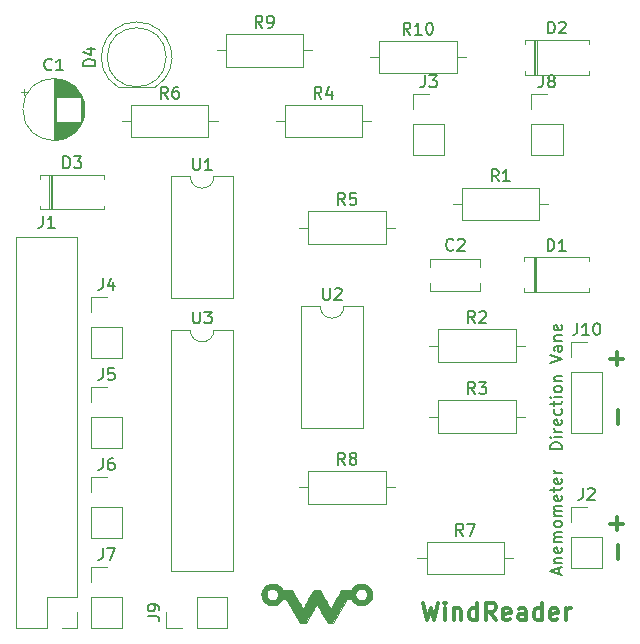
<source format=gbr>
%TF.GenerationSoftware,KiCad,Pcbnew,5.1.10*%
%TF.CreationDate,2021-06-24T22:29:26-07:00*%
%TF.ProjectId,weatherstation,77656174-6865-4727-9374-6174696f6e2e,rev?*%
%TF.SameCoordinates,Original*%
%TF.FileFunction,Legend,Top*%
%TF.FilePolarity,Positive*%
%FSLAX46Y46*%
G04 Gerber Fmt 4.6, Leading zero omitted, Abs format (unit mm)*
G04 Created by KiCad (PCBNEW 5.1.10) date 2021-06-24 22:29:26*
%MOMM*%
%LPD*%
G01*
G04 APERTURE LIST*
%ADD10C,0.300000*%
%ADD11C,0.150000*%
%ADD12C,0.120000*%
%ADD13C,0.010000*%
G04 APERTURE END LIST*
D10*
X169017142Y-111061428D02*
X169017142Y-109918571D01*
X168338571Y-108057142D02*
X169481428Y-108057142D01*
X168910000Y-108628571D02*
X168910000Y-107485714D01*
D11*
X163996666Y-112307142D02*
X163996666Y-111830952D01*
X164282380Y-112402380D02*
X163282380Y-112069047D01*
X164282380Y-111735714D01*
X163615714Y-111402380D02*
X164282380Y-111402380D01*
X163710952Y-111402380D02*
X163663333Y-111354761D01*
X163615714Y-111259523D01*
X163615714Y-111116666D01*
X163663333Y-111021428D01*
X163758571Y-110973809D01*
X164282380Y-110973809D01*
X164234761Y-110116666D02*
X164282380Y-110211904D01*
X164282380Y-110402380D01*
X164234761Y-110497619D01*
X164139523Y-110545238D01*
X163758571Y-110545238D01*
X163663333Y-110497619D01*
X163615714Y-110402380D01*
X163615714Y-110211904D01*
X163663333Y-110116666D01*
X163758571Y-110069047D01*
X163853809Y-110069047D01*
X163949047Y-110545238D01*
X164282380Y-109640476D02*
X163615714Y-109640476D01*
X163710952Y-109640476D02*
X163663333Y-109592857D01*
X163615714Y-109497619D01*
X163615714Y-109354761D01*
X163663333Y-109259523D01*
X163758571Y-109211904D01*
X164282380Y-109211904D01*
X163758571Y-109211904D02*
X163663333Y-109164285D01*
X163615714Y-109069047D01*
X163615714Y-108926190D01*
X163663333Y-108830952D01*
X163758571Y-108783333D01*
X164282380Y-108783333D01*
X164282380Y-108164285D02*
X164234761Y-108259523D01*
X164187142Y-108307142D01*
X164091904Y-108354761D01*
X163806190Y-108354761D01*
X163710952Y-108307142D01*
X163663333Y-108259523D01*
X163615714Y-108164285D01*
X163615714Y-108021428D01*
X163663333Y-107926190D01*
X163710952Y-107878571D01*
X163806190Y-107830952D01*
X164091904Y-107830952D01*
X164187142Y-107878571D01*
X164234761Y-107926190D01*
X164282380Y-108021428D01*
X164282380Y-108164285D01*
X164282380Y-107402380D02*
X163615714Y-107402380D01*
X163710952Y-107402380D02*
X163663333Y-107354761D01*
X163615714Y-107259523D01*
X163615714Y-107116666D01*
X163663333Y-107021428D01*
X163758571Y-106973809D01*
X164282380Y-106973809D01*
X163758571Y-106973809D02*
X163663333Y-106926190D01*
X163615714Y-106830952D01*
X163615714Y-106688095D01*
X163663333Y-106592857D01*
X163758571Y-106545238D01*
X164282380Y-106545238D01*
X164234761Y-105688095D02*
X164282380Y-105783333D01*
X164282380Y-105973809D01*
X164234761Y-106069047D01*
X164139523Y-106116666D01*
X163758571Y-106116666D01*
X163663333Y-106069047D01*
X163615714Y-105973809D01*
X163615714Y-105783333D01*
X163663333Y-105688095D01*
X163758571Y-105640476D01*
X163853809Y-105640476D01*
X163949047Y-106116666D01*
X163615714Y-105354761D02*
X163615714Y-104973809D01*
X163282380Y-105211904D02*
X164139523Y-105211904D01*
X164234761Y-105164285D01*
X164282380Y-105069047D01*
X164282380Y-104973809D01*
X164234761Y-104259523D02*
X164282380Y-104354761D01*
X164282380Y-104545238D01*
X164234761Y-104640476D01*
X164139523Y-104688095D01*
X163758571Y-104688095D01*
X163663333Y-104640476D01*
X163615714Y-104545238D01*
X163615714Y-104354761D01*
X163663333Y-104259523D01*
X163758571Y-104211904D01*
X163853809Y-104211904D01*
X163949047Y-104688095D01*
X164282380Y-103783333D02*
X163615714Y-103783333D01*
X163806190Y-103783333D02*
X163710952Y-103735714D01*
X163663333Y-103688095D01*
X163615714Y-103592857D01*
X163615714Y-103497619D01*
D10*
X169017142Y-99631428D02*
X169017142Y-98488571D01*
X168338571Y-94087142D02*
X169481428Y-94087142D01*
X168910000Y-94658571D02*
X168910000Y-93515714D01*
D11*
X164282380Y-101758095D02*
X163282380Y-101758095D01*
X163282380Y-101520000D01*
X163330000Y-101377142D01*
X163425238Y-101281904D01*
X163520476Y-101234285D01*
X163710952Y-101186666D01*
X163853809Y-101186666D01*
X164044285Y-101234285D01*
X164139523Y-101281904D01*
X164234761Y-101377142D01*
X164282380Y-101520000D01*
X164282380Y-101758095D01*
X164282380Y-100758095D02*
X163615714Y-100758095D01*
X163282380Y-100758095D02*
X163330000Y-100805714D01*
X163377619Y-100758095D01*
X163330000Y-100710476D01*
X163282380Y-100758095D01*
X163377619Y-100758095D01*
X164282380Y-100281904D02*
X163615714Y-100281904D01*
X163806190Y-100281904D02*
X163710952Y-100234285D01*
X163663333Y-100186666D01*
X163615714Y-100091428D01*
X163615714Y-99996190D01*
X164234761Y-99281904D02*
X164282380Y-99377142D01*
X164282380Y-99567619D01*
X164234761Y-99662857D01*
X164139523Y-99710476D01*
X163758571Y-99710476D01*
X163663333Y-99662857D01*
X163615714Y-99567619D01*
X163615714Y-99377142D01*
X163663333Y-99281904D01*
X163758571Y-99234285D01*
X163853809Y-99234285D01*
X163949047Y-99710476D01*
X164234761Y-98377142D02*
X164282380Y-98472380D01*
X164282380Y-98662857D01*
X164234761Y-98758095D01*
X164187142Y-98805714D01*
X164091904Y-98853333D01*
X163806190Y-98853333D01*
X163710952Y-98805714D01*
X163663333Y-98758095D01*
X163615714Y-98662857D01*
X163615714Y-98472380D01*
X163663333Y-98377142D01*
X163615714Y-98091428D02*
X163615714Y-97710476D01*
X163282380Y-97948571D02*
X164139523Y-97948571D01*
X164234761Y-97900952D01*
X164282380Y-97805714D01*
X164282380Y-97710476D01*
X164282380Y-97377142D02*
X163615714Y-97377142D01*
X163282380Y-97377142D02*
X163330000Y-97424761D01*
X163377619Y-97377142D01*
X163330000Y-97329523D01*
X163282380Y-97377142D01*
X163377619Y-97377142D01*
X164282380Y-96758095D02*
X164234761Y-96853333D01*
X164187142Y-96900952D01*
X164091904Y-96948571D01*
X163806190Y-96948571D01*
X163710952Y-96900952D01*
X163663333Y-96853333D01*
X163615714Y-96758095D01*
X163615714Y-96615238D01*
X163663333Y-96520000D01*
X163710952Y-96472380D01*
X163806190Y-96424761D01*
X164091904Y-96424761D01*
X164187142Y-96472380D01*
X164234761Y-96520000D01*
X164282380Y-96615238D01*
X164282380Y-96758095D01*
X163615714Y-95996190D02*
X164282380Y-95996190D01*
X163710952Y-95996190D02*
X163663333Y-95948571D01*
X163615714Y-95853333D01*
X163615714Y-95710476D01*
X163663333Y-95615238D01*
X163758571Y-95567619D01*
X164282380Y-95567619D01*
X163282380Y-94472380D02*
X164282380Y-94139047D01*
X163282380Y-93805714D01*
X164282380Y-93043809D02*
X163758571Y-93043809D01*
X163663333Y-93091428D01*
X163615714Y-93186666D01*
X163615714Y-93377142D01*
X163663333Y-93472380D01*
X164234761Y-93043809D02*
X164282380Y-93139047D01*
X164282380Y-93377142D01*
X164234761Y-93472380D01*
X164139523Y-93520000D01*
X164044285Y-93520000D01*
X163949047Y-93472380D01*
X163901428Y-93377142D01*
X163901428Y-93139047D01*
X163853809Y-93043809D01*
X163615714Y-92567619D02*
X164282380Y-92567619D01*
X163710952Y-92567619D02*
X163663333Y-92520000D01*
X163615714Y-92424761D01*
X163615714Y-92281904D01*
X163663333Y-92186666D01*
X163758571Y-92139047D01*
X164282380Y-92139047D01*
X164234761Y-91281904D02*
X164282380Y-91377142D01*
X164282380Y-91567619D01*
X164234761Y-91662857D01*
X164139523Y-91710476D01*
X163758571Y-91710476D01*
X163663333Y-91662857D01*
X163615714Y-91567619D01*
X163615714Y-91377142D01*
X163663333Y-91281904D01*
X163758571Y-91234285D01*
X163853809Y-91234285D01*
X163949047Y-91710476D01*
D10*
X152535714Y-114748571D02*
X152892857Y-116248571D01*
X153178571Y-115177142D01*
X153464285Y-116248571D01*
X153821428Y-114748571D01*
X154392857Y-116248571D02*
X154392857Y-115248571D01*
X154392857Y-114748571D02*
X154321428Y-114820000D01*
X154392857Y-114891428D01*
X154464285Y-114820000D01*
X154392857Y-114748571D01*
X154392857Y-114891428D01*
X155107142Y-115248571D02*
X155107142Y-116248571D01*
X155107142Y-115391428D02*
X155178571Y-115320000D01*
X155321428Y-115248571D01*
X155535714Y-115248571D01*
X155678571Y-115320000D01*
X155750000Y-115462857D01*
X155750000Y-116248571D01*
X157107142Y-116248571D02*
X157107142Y-114748571D01*
X157107142Y-116177142D02*
X156964285Y-116248571D01*
X156678571Y-116248571D01*
X156535714Y-116177142D01*
X156464285Y-116105714D01*
X156392857Y-115962857D01*
X156392857Y-115534285D01*
X156464285Y-115391428D01*
X156535714Y-115320000D01*
X156678571Y-115248571D01*
X156964285Y-115248571D01*
X157107142Y-115320000D01*
X158678571Y-116248571D02*
X158178571Y-115534285D01*
X157821428Y-116248571D02*
X157821428Y-114748571D01*
X158392857Y-114748571D01*
X158535714Y-114820000D01*
X158607142Y-114891428D01*
X158678571Y-115034285D01*
X158678571Y-115248571D01*
X158607142Y-115391428D01*
X158535714Y-115462857D01*
X158392857Y-115534285D01*
X157821428Y-115534285D01*
X159892857Y-116177142D02*
X159750000Y-116248571D01*
X159464285Y-116248571D01*
X159321428Y-116177142D01*
X159250000Y-116034285D01*
X159250000Y-115462857D01*
X159321428Y-115320000D01*
X159464285Y-115248571D01*
X159750000Y-115248571D01*
X159892857Y-115320000D01*
X159964285Y-115462857D01*
X159964285Y-115605714D01*
X159250000Y-115748571D01*
X161250000Y-116248571D02*
X161250000Y-115462857D01*
X161178571Y-115320000D01*
X161035714Y-115248571D01*
X160750000Y-115248571D01*
X160607142Y-115320000D01*
X161250000Y-116177142D02*
X161107142Y-116248571D01*
X160750000Y-116248571D01*
X160607142Y-116177142D01*
X160535714Y-116034285D01*
X160535714Y-115891428D01*
X160607142Y-115748571D01*
X160750000Y-115677142D01*
X161107142Y-115677142D01*
X161250000Y-115605714D01*
X162607142Y-116248571D02*
X162607142Y-114748571D01*
X162607142Y-116177142D02*
X162464285Y-116248571D01*
X162178571Y-116248571D01*
X162035714Y-116177142D01*
X161964285Y-116105714D01*
X161892857Y-115962857D01*
X161892857Y-115534285D01*
X161964285Y-115391428D01*
X162035714Y-115320000D01*
X162178571Y-115248571D01*
X162464285Y-115248571D01*
X162607142Y-115320000D01*
X163892857Y-116177142D02*
X163750000Y-116248571D01*
X163464285Y-116248571D01*
X163321428Y-116177142D01*
X163250000Y-116034285D01*
X163250000Y-115462857D01*
X163321428Y-115320000D01*
X163464285Y-115248571D01*
X163750000Y-115248571D01*
X163892857Y-115320000D01*
X163964285Y-115462857D01*
X163964285Y-115605714D01*
X163250000Y-115748571D01*
X164607142Y-116248571D02*
X164607142Y-115248571D01*
X164607142Y-115534285D02*
X164678571Y-115391428D01*
X164750000Y-115320000D01*
X164892857Y-115248571D01*
X165035714Y-115248571D01*
D12*
%TO.C,J1*%
X123250000Y-116900000D02*
X121920000Y-116900000D01*
X123250000Y-115570000D02*
X123250000Y-116900000D01*
X120650000Y-116900000D02*
X118050000Y-116900000D01*
X120650000Y-114300000D02*
X120650000Y-116900000D01*
X123250000Y-114300000D02*
X120650000Y-114300000D01*
X118050000Y-116900000D02*
X118050000Y-83760000D01*
X123250000Y-114300000D02*
X123250000Y-83760000D01*
X123250000Y-83760000D02*
X118050000Y-83760000D01*
D13*
%TO.C,G\u002A\u002A\u002A*%
G36*
X147429558Y-113164926D02*
G01*
X147575099Y-113200148D01*
X147710317Y-113257214D01*
X147833354Y-113334782D01*
X147942354Y-113431511D01*
X148035460Y-113546060D01*
X148110816Y-113677088D01*
X148155609Y-113788468D01*
X148169013Y-113831136D01*
X148178261Y-113869358D01*
X148184114Y-113909599D01*
X148187333Y-113958325D01*
X148188678Y-114022001D01*
X148188905Y-114071400D01*
X148188619Y-114146285D01*
X148186997Y-114202190D01*
X148183253Y-114245524D01*
X148176601Y-114282700D01*
X148166256Y-114320130D01*
X148153897Y-114357150D01*
X148091113Y-114502327D01*
X148010136Y-114630689D01*
X147912474Y-114741151D01*
X147799638Y-114832628D01*
X147673138Y-114904035D01*
X147534484Y-114954288D01*
X147385186Y-114982302D01*
X147275550Y-114988098D01*
X147120386Y-114976274D01*
X146974091Y-114941428D01*
X146838364Y-114884500D01*
X146714907Y-114806430D01*
X146605423Y-114708156D01*
X146511612Y-114590620D01*
X146487492Y-114552918D01*
X146441860Y-114477799D01*
X146094450Y-114478315D01*
X145514174Y-115484532D01*
X144933898Y-116490750D01*
X144443450Y-116497442D01*
X143981811Y-115697171D01*
X143906380Y-115566606D01*
X143834561Y-115442676D01*
X143767368Y-115327106D01*
X143705816Y-115221627D01*
X143650922Y-115127966D01*
X143603699Y-115047851D01*
X143565164Y-114983011D01*
X143536332Y-114935174D01*
X143518218Y-114906068D01*
X143511911Y-114897316D01*
X143504379Y-114908112D01*
X143485222Y-114939202D01*
X143455457Y-114988851D01*
X143416102Y-115055324D01*
X143368172Y-115136885D01*
X143312687Y-115231800D01*
X143250662Y-115338331D01*
X143183116Y-115454745D01*
X143111065Y-115579306D01*
X143044764Y-115694241D01*
X142585879Y-116490750D01*
X142339914Y-116493814D01*
X142093950Y-116496878D01*
X140933716Y-114484150D01*
X140758183Y-114480761D01*
X140582650Y-114477373D01*
X140550445Y-114534607D01*
X140488698Y-114626051D01*
X140409051Y-114716300D01*
X140318368Y-114798516D01*
X140223512Y-114865859D01*
X140209692Y-114874058D01*
X140083623Y-114932713D01*
X139946290Y-114971102D01*
X139802257Y-114988819D01*
X139656090Y-114985463D01*
X139512353Y-114960630D01*
X139446951Y-114941430D01*
X139311877Y-114883629D01*
X139192018Y-114807427D01*
X139088045Y-114715243D01*
X139000628Y-114609499D01*
X138930437Y-114492616D01*
X138878141Y-114367014D01*
X138844411Y-114235114D01*
X138829916Y-114099337D01*
X138831017Y-114071400D01*
X139263393Y-114071400D01*
X139271321Y-114173243D01*
X139295623Y-114260156D01*
X139338623Y-114338367D01*
X139383765Y-114394217D01*
X139470095Y-114472151D01*
X139564475Y-114526617D01*
X139665413Y-114557144D01*
X139771420Y-114563263D01*
X139869930Y-114547512D01*
X139963001Y-114513936D01*
X140044384Y-114463137D01*
X140117834Y-114394217D01*
X140176306Y-114318307D01*
X140214172Y-114238594D01*
X140233770Y-114148792D01*
X140237887Y-114071400D01*
X140232087Y-113976061D01*
X140212674Y-113896301D01*
X140176626Y-113824851D01*
X140120922Y-113754444D01*
X140094861Y-113727338D01*
X140022850Y-113663451D01*
X139952576Y-113620339D01*
X139876847Y-113595002D01*
X139788474Y-113584435D01*
X139750800Y-113583668D01*
X139655865Y-113589492D01*
X139576259Y-113608966D01*
X139504791Y-113645094D01*
X139434269Y-113700877D01*
X139406738Y-113727338D01*
X139342864Y-113799259D01*
X139299768Y-113869259D01*
X139274490Y-113944447D01*
X139264068Y-114031931D01*
X139263393Y-114071400D01*
X138831017Y-114071400D01*
X138835327Y-113962103D01*
X138861313Y-113825834D01*
X138908544Y-113692949D01*
X138977690Y-113565871D01*
X139042095Y-113478516D01*
X139138221Y-113380850D01*
X139251771Y-113296016D01*
X139376469Y-113227931D01*
X139506040Y-113180513D01*
X139528900Y-113174595D01*
X139612307Y-113160605D01*
X139709902Y-113153973D01*
X139811561Y-113154697D01*
X139907162Y-113162779D01*
X139972699Y-113174595D01*
X140105598Y-113219018D01*
X140232451Y-113284997D01*
X140348972Y-113369329D01*
X140450873Y-113468815D01*
X140533870Y-113580251D01*
X140548289Y-113604507D01*
X140582536Y-113664665D01*
X141001023Y-113668007D01*
X141419509Y-113671350D01*
X141874146Y-114458730D01*
X141949067Y-114588296D01*
X142020399Y-114711291D01*
X142087115Y-114825964D01*
X142148186Y-114930565D01*
X142202583Y-115023343D01*
X142249277Y-115102547D01*
X142287239Y-115166425D01*
X142315442Y-115213227D01*
X142332855Y-115241201D01*
X142338366Y-115248865D01*
X142346112Y-115238594D01*
X142365464Y-115208015D01*
X142395401Y-115158858D01*
X142434901Y-115092854D01*
X142482942Y-115011732D01*
X142538504Y-114917223D01*
X142600565Y-114811058D01*
X142668104Y-114694967D01*
X142740100Y-114570681D01*
X142805092Y-114458056D01*
X143262234Y-113664493D01*
X143514643Y-113667921D01*
X143767052Y-113671350D01*
X143928648Y-113950750D01*
X143970298Y-114022784D01*
X144022330Y-114112807D01*
X144082428Y-114216809D01*
X144148274Y-114330781D01*
X144217553Y-114450712D01*
X144287949Y-114572595D01*
X144357144Y-114692418D01*
X144388683Y-114747041D01*
X144687122Y-115263932D01*
X145148464Y-114464466D01*
X145375287Y-114071400D01*
X146792950Y-114071400D01*
X146793571Y-114133792D01*
X146796347Y-114178462D01*
X146802645Y-114213076D01*
X146813831Y-114245299D01*
X146830283Y-114280787D01*
X146887260Y-114369980D01*
X146962701Y-114447292D01*
X147051404Y-114508476D01*
X147148167Y-114549283D01*
X147164373Y-114553719D01*
X147240470Y-114563386D01*
X147326729Y-114559002D01*
X147412976Y-114541733D01*
X147479187Y-114517559D01*
X147570372Y-114461729D01*
X147649628Y-114387126D01*
X147711203Y-114299385D01*
X147720931Y-114280673D01*
X147737998Y-114243616D01*
X147748890Y-114211421D01*
X147754970Y-114176420D01*
X147757602Y-114130946D01*
X147758150Y-114071400D01*
X147757528Y-114009007D01*
X147754752Y-113964337D01*
X147748454Y-113929723D01*
X147737268Y-113897500D01*
X147720816Y-113862012D01*
X147662523Y-113771011D01*
X147584840Y-113692651D01*
X147492465Y-113631505D01*
X147475457Y-113623066D01*
X147430166Y-113602975D01*
X147392390Y-113590848D01*
X147352437Y-113584726D01*
X147300618Y-113582649D01*
X147274891Y-113582513D01*
X147217406Y-113583278D01*
X147175481Y-113587129D01*
X147139291Y-113596284D01*
X147099009Y-113612961D01*
X147062995Y-113630358D01*
X146967486Y-113689355D01*
X146891685Y-113763089D01*
X146832968Y-113854194D01*
X146826097Y-113868200D01*
X146810670Y-113903704D01*
X146800881Y-113936630D01*
X146795495Y-113974547D01*
X146793277Y-114025022D01*
X146792950Y-114071400D01*
X145375287Y-114071400D01*
X145609805Y-113665000D01*
X146438119Y-113665000D01*
X146501234Y-113568185D01*
X146594515Y-113447454D01*
X146703565Y-113346005D01*
X146826523Y-113264838D01*
X146961529Y-113204950D01*
X147106722Y-113167338D01*
X147260241Y-113153002D01*
X147275550Y-113152887D01*
X147429558Y-113164926D01*
G37*
X147429558Y-113164926D02*
X147575099Y-113200148D01*
X147710317Y-113257214D01*
X147833354Y-113334782D01*
X147942354Y-113431511D01*
X148035460Y-113546060D01*
X148110816Y-113677088D01*
X148155609Y-113788468D01*
X148169013Y-113831136D01*
X148178261Y-113869358D01*
X148184114Y-113909599D01*
X148187333Y-113958325D01*
X148188678Y-114022001D01*
X148188905Y-114071400D01*
X148188619Y-114146285D01*
X148186997Y-114202190D01*
X148183253Y-114245524D01*
X148176601Y-114282700D01*
X148166256Y-114320130D01*
X148153897Y-114357150D01*
X148091113Y-114502327D01*
X148010136Y-114630689D01*
X147912474Y-114741151D01*
X147799638Y-114832628D01*
X147673138Y-114904035D01*
X147534484Y-114954288D01*
X147385186Y-114982302D01*
X147275550Y-114988098D01*
X147120386Y-114976274D01*
X146974091Y-114941428D01*
X146838364Y-114884500D01*
X146714907Y-114806430D01*
X146605423Y-114708156D01*
X146511612Y-114590620D01*
X146487492Y-114552918D01*
X146441860Y-114477799D01*
X146094450Y-114478315D01*
X145514174Y-115484532D01*
X144933898Y-116490750D01*
X144443450Y-116497442D01*
X143981811Y-115697171D01*
X143906380Y-115566606D01*
X143834561Y-115442676D01*
X143767368Y-115327106D01*
X143705816Y-115221627D01*
X143650922Y-115127966D01*
X143603699Y-115047851D01*
X143565164Y-114983011D01*
X143536332Y-114935174D01*
X143518218Y-114906068D01*
X143511911Y-114897316D01*
X143504379Y-114908112D01*
X143485222Y-114939202D01*
X143455457Y-114988851D01*
X143416102Y-115055324D01*
X143368172Y-115136885D01*
X143312687Y-115231800D01*
X143250662Y-115338331D01*
X143183116Y-115454745D01*
X143111065Y-115579306D01*
X143044764Y-115694241D01*
X142585879Y-116490750D01*
X142339914Y-116493814D01*
X142093950Y-116496878D01*
X140933716Y-114484150D01*
X140758183Y-114480761D01*
X140582650Y-114477373D01*
X140550445Y-114534607D01*
X140488698Y-114626051D01*
X140409051Y-114716300D01*
X140318368Y-114798516D01*
X140223512Y-114865859D01*
X140209692Y-114874058D01*
X140083623Y-114932713D01*
X139946290Y-114971102D01*
X139802257Y-114988819D01*
X139656090Y-114985463D01*
X139512353Y-114960630D01*
X139446951Y-114941430D01*
X139311877Y-114883629D01*
X139192018Y-114807427D01*
X139088045Y-114715243D01*
X139000628Y-114609499D01*
X138930437Y-114492616D01*
X138878141Y-114367014D01*
X138844411Y-114235114D01*
X138829916Y-114099337D01*
X138831017Y-114071400D01*
X139263393Y-114071400D01*
X139271321Y-114173243D01*
X139295623Y-114260156D01*
X139338623Y-114338367D01*
X139383765Y-114394217D01*
X139470095Y-114472151D01*
X139564475Y-114526617D01*
X139665413Y-114557144D01*
X139771420Y-114563263D01*
X139869930Y-114547512D01*
X139963001Y-114513936D01*
X140044384Y-114463137D01*
X140117834Y-114394217D01*
X140176306Y-114318307D01*
X140214172Y-114238594D01*
X140233770Y-114148792D01*
X140237887Y-114071400D01*
X140232087Y-113976061D01*
X140212674Y-113896301D01*
X140176626Y-113824851D01*
X140120922Y-113754444D01*
X140094861Y-113727338D01*
X140022850Y-113663451D01*
X139952576Y-113620339D01*
X139876847Y-113595002D01*
X139788474Y-113584435D01*
X139750800Y-113583668D01*
X139655865Y-113589492D01*
X139576259Y-113608966D01*
X139504791Y-113645094D01*
X139434269Y-113700877D01*
X139406738Y-113727338D01*
X139342864Y-113799259D01*
X139299768Y-113869259D01*
X139274490Y-113944447D01*
X139264068Y-114031931D01*
X139263393Y-114071400D01*
X138831017Y-114071400D01*
X138835327Y-113962103D01*
X138861313Y-113825834D01*
X138908544Y-113692949D01*
X138977690Y-113565871D01*
X139042095Y-113478516D01*
X139138221Y-113380850D01*
X139251771Y-113296016D01*
X139376469Y-113227931D01*
X139506040Y-113180513D01*
X139528900Y-113174595D01*
X139612307Y-113160605D01*
X139709902Y-113153973D01*
X139811561Y-113154697D01*
X139907162Y-113162779D01*
X139972699Y-113174595D01*
X140105598Y-113219018D01*
X140232451Y-113284997D01*
X140348972Y-113369329D01*
X140450873Y-113468815D01*
X140533870Y-113580251D01*
X140548289Y-113604507D01*
X140582536Y-113664665D01*
X141001023Y-113668007D01*
X141419509Y-113671350D01*
X141874146Y-114458730D01*
X141949067Y-114588296D01*
X142020399Y-114711291D01*
X142087115Y-114825964D01*
X142148186Y-114930565D01*
X142202583Y-115023343D01*
X142249277Y-115102547D01*
X142287239Y-115166425D01*
X142315442Y-115213227D01*
X142332855Y-115241201D01*
X142338366Y-115248865D01*
X142346112Y-115238594D01*
X142365464Y-115208015D01*
X142395401Y-115158858D01*
X142434901Y-115092854D01*
X142482942Y-115011732D01*
X142538504Y-114917223D01*
X142600565Y-114811058D01*
X142668104Y-114694967D01*
X142740100Y-114570681D01*
X142805092Y-114458056D01*
X143262234Y-113664493D01*
X143514643Y-113667921D01*
X143767052Y-113671350D01*
X143928648Y-113950750D01*
X143970298Y-114022784D01*
X144022330Y-114112807D01*
X144082428Y-114216809D01*
X144148274Y-114330781D01*
X144217553Y-114450712D01*
X144287949Y-114572595D01*
X144357144Y-114692418D01*
X144388683Y-114747041D01*
X144687122Y-115263932D01*
X145148464Y-114464466D01*
X145375287Y-114071400D01*
X146792950Y-114071400D01*
X146793571Y-114133792D01*
X146796347Y-114178462D01*
X146802645Y-114213076D01*
X146813831Y-114245299D01*
X146830283Y-114280787D01*
X146887260Y-114369980D01*
X146962701Y-114447292D01*
X147051404Y-114508476D01*
X147148167Y-114549283D01*
X147164373Y-114553719D01*
X147240470Y-114563386D01*
X147326729Y-114559002D01*
X147412976Y-114541733D01*
X147479187Y-114517559D01*
X147570372Y-114461729D01*
X147649628Y-114387126D01*
X147711203Y-114299385D01*
X147720931Y-114280673D01*
X147737998Y-114243616D01*
X147748890Y-114211421D01*
X147754970Y-114176420D01*
X147757602Y-114130946D01*
X147758150Y-114071400D01*
X147757528Y-114009007D01*
X147754752Y-113964337D01*
X147748454Y-113929723D01*
X147737268Y-113897500D01*
X147720816Y-113862012D01*
X147662523Y-113771011D01*
X147584840Y-113692651D01*
X147492465Y-113631505D01*
X147475457Y-113623066D01*
X147430166Y-113602975D01*
X147392390Y-113590848D01*
X147352437Y-113584726D01*
X147300618Y-113582649D01*
X147274891Y-113582513D01*
X147217406Y-113583278D01*
X147175481Y-113587129D01*
X147139291Y-113596284D01*
X147099009Y-113612961D01*
X147062995Y-113630358D01*
X146967486Y-113689355D01*
X146891685Y-113763089D01*
X146832968Y-113854194D01*
X146826097Y-113868200D01*
X146810670Y-113903704D01*
X146800881Y-113936630D01*
X146795495Y-113974547D01*
X146793277Y-114025022D01*
X146792950Y-114071400D01*
X145375287Y-114071400D01*
X145609805Y-113665000D01*
X146438119Y-113665000D01*
X146501234Y-113568185D01*
X146594515Y-113447454D01*
X146703565Y-113346005D01*
X146826523Y-113264838D01*
X146961529Y-113204950D01*
X147106722Y-113167338D01*
X147260241Y-113153002D01*
X147275550Y-113152887D01*
X147429558Y-113164926D01*
D12*
%TO.C,C1*%
X118695225Y-71275000D02*
X118695225Y-71775000D01*
X118445225Y-71525000D02*
X118945225Y-71525000D01*
X123851000Y-72716000D02*
X123851000Y-73284000D01*
X123811000Y-72482000D02*
X123811000Y-73518000D01*
X123771000Y-72323000D02*
X123771000Y-73677000D01*
X123731000Y-72195000D02*
X123731000Y-73805000D01*
X123691000Y-72085000D02*
X123691000Y-73915000D01*
X123651000Y-71989000D02*
X123651000Y-74011000D01*
X123611000Y-71902000D02*
X123611000Y-74098000D01*
X123571000Y-71822000D02*
X123571000Y-74178000D01*
X123531000Y-74040000D02*
X123531000Y-74251000D01*
X123531000Y-71749000D02*
X123531000Y-71960000D01*
X123491000Y-74040000D02*
X123491000Y-74319000D01*
X123491000Y-71681000D02*
X123491000Y-71960000D01*
X123451000Y-74040000D02*
X123451000Y-74383000D01*
X123451000Y-71617000D02*
X123451000Y-71960000D01*
X123411000Y-74040000D02*
X123411000Y-74443000D01*
X123411000Y-71557000D02*
X123411000Y-71960000D01*
X123371000Y-74040000D02*
X123371000Y-74500000D01*
X123371000Y-71500000D02*
X123371000Y-71960000D01*
X123331000Y-74040000D02*
X123331000Y-74554000D01*
X123331000Y-71446000D02*
X123331000Y-71960000D01*
X123291000Y-74040000D02*
X123291000Y-74605000D01*
X123291000Y-71395000D02*
X123291000Y-71960000D01*
X123251000Y-74040000D02*
X123251000Y-74653000D01*
X123251000Y-71347000D02*
X123251000Y-71960000D01*
X123211000Y-74040000D02*
X123211000Y-74699000D01*
X123211000Y-71301000D02*
X123211000Y-71960000D01*
X123171000Y-74040000D02*
X123171000Y-74743000D01*
X123171000Y-71257000D02*
X123171000Y-71960000D01*
X123131000Y-74040000D02*
X123131000Y-74785000D01*
X123131000Y-71215000D02*
X123131000Y-71960000D01*
X123091000Y-74040000D02*
X123091000Y-74826000D01*
X123091000Y-71174000D02*
X123091000Y-71960000D01*
X123051000Y-74040000D02*
X123051000Y-74864000D01*
X123051000Y-71136000D02*
X123051000Y-71960000D01*
X123011000Y-74040000D02*
X123011000Y-74901000D01*
X123011000Y-71099000D02*
X123011000Y-71960000D01*
X122971000Y-74040000D02*
X122971000Y-74937000D01*
X122971000Y-71063000D02*
X122971000Y-71960000D01*
X122931000Y-74040000D02*
X122931000Y-74971000D01*
X122931000Y-71029000D02*
X122931000Y-71960000D01*
X122891000Y-74040000D02*
X122891000Y-75004000D01*
X122891000Y-70996000D02*
X122891000Y-71960000D01*
X122851000Y-74040000D02*
X122851000Y-75035000D01*
X122851000Y-70965000D02*
X122851000Y-71960000D01*
X122811000Y-74040000D02*
X122811000Y-75065000D01*
X122811000Y-70935000D02*
X122811000Y-71960000D01*
X122771000Y-74040000D02*
X122771000Y-75095000D01*
X122771000Y-70905000D02*
X122771000Y-71960000D01*
X122731000Y-74040000D02*
X122731000Y-75122000D01*
X122731000Y-70878000D02*
X122731000Y-71960000D01*
X122691000Y-74040000D02*
X122691000Y-75149000D01*
X122691000Y-70851000D02*
X122691000Y-71960000D01*
X122651000Y-74040000D02*
X122651000Y-75175000D01*
X122651000Y-70825000D02*
X122651000Y-71960000D01*
X122611000Y-74040000D02*
X122611000Y-75200000D01*
X122611000Y-70800000D02*
X122611000Y-71960000D01*
X122571000Y-74040000D02*
X122571000Y-75224000D01*
X122571000Y-70776000D02*
X122571000Y-71960000D01*
X122531000Y-74040000D02*
X122531000Y-75247000D01*
X122531000Y-70753000D02*
X122531000Y-71960000D01*
X122491000Y-74040000D02*
X122491000Y-75268000D01*
X122491000Y-70732000D02*
X122491000Y-71960000D01*
X122451000Y-74040000D02*
X122451000Y-75290000D01*
X122451000Y-70710000D02*
X122451000Y-71960000D01*
X122411000Y-74040000D02*
X122411000Y-75310000D01*
X122411000Y-70690000D02*
X122411000Y-71960000D01*
X122371000Y-74040000D02*
X122371000Y-75329000D01*
X122371000Y-70671000D02*
X122371000Y-71960000D01*
X122331000Y-74040000D02*
X122331000Y-75348000D01*
X122331000Y-70652000D02*
X122331000Y-71960000D01*
X122291000Y-74040000D02*
X122291000Y-75365000D01*
X122291000Y-70635000D02*
X122291000Y-71960000D01*
X122251000Y-74040000D02*
X122251000Y-75382000D01*
X122251000Y-70618000D02*
X122251000Y-71960000D01*
X122211000Y-74040000D02*
X122211000Y-75398000D01*
X122211000Y-70602000D02*
X122211000Y-71960000D01*
X122171000Y-74040000D02*
X122171000Y-75414000D01*
X122171000Y-70586000D02*
X122171000Y-71960000D01*
X122131000Y-74040000D02*
X122131000Y-75428000D01*
X122131000Y-70572000D02*
X122131000Y-71960000D01*
X122091000Y-74040000D02*
X122091000Y-75442000D01*
X122091000Y-70558000D02*
X122091000Y-71960000D01*
X122051000Y-74040000D02*
X122051000Y-75455000D01*
X122051000Y-70545000D02*
X122051000Y-71960000D01*
X122011000Y-74040000D02*
X122011000Y-75468000D01*
X122011000Y-70532000D02*
X122011000Y-71960000D01*
X121971000Y-74040000D02*
X121971000Y-75480000D01*
X121971000Y-70520000D02*
X121971000Y-71960000D01*
X121930000Y-74040000D02*
X121930000Y-75491000D01*
X121930000Y-70509000D02*
X121930000Y-71960000D01*
X121890000Y-74040000D02*
X121890000Y-75501000D01*
X121890000Y-70499000D02*
X121890000Y-71960000D01*
X121850000Y-74040000D02*
X121850000Y-75511000D01*
X121850000Y-70489000D02*
X121850000Y-71960000D01*
X121810000Y-74040000D02*
X121810000Y-75520000D01*
X121810000Y-70480000D02*
X121810000Y-71960000D01*
X121770000Y-74040000D02*
X121770000Y-75528000D01*
X121770000Y-70472000D02*
X121770000Y-71960000D01*
X121730000Y-74040000D02*
X121730000Y-75536000D01*
X121730000Y-70464000D02*
X121730000Y-71960000D01*
X121690000Y-74040000D02*
X121690000Y-75543000D01*
X121690000Y-70457000D02*
X121690000Y-71960000D01*
X121650000Y-74040000D02*
X121650000Y-75550000D01*
X121650000Y-70450000D02*
X121650000Y-71960000D01*
X121610000Y-74040000D02*
X121610000Y-75556000D01*
X121610000Y-70444000D02*
X121610000Y-71960000D01*
X121570000Y-74040000D02*
X121570000Y-75561000D01*
X121570000Y-70439000D02*
X121570000Y-71960000D01*
X121530000Y-74040000D02*
X121530000Y-75565000D01*
X121530000Y-70435000D02*
X121530000Y-71960000D01*
X121490000Y-74040000D02*
X121490000Y-75569000D01*
X121490000Y-70431000D02*
X121490000Y-71960000D01*
X121450000Y-70427000D02*
X121450000Y-75573000D01*
X121410000Y-70424000D02*
X121410000Y-75576000D01*
X121370000Y-70422000D02*
X121370000Y-75578000D01*
X121330000Y-70421000D02*
X121330000Y-75579000D01*
X121290000Y-70420000D02*
X121290000Y-75580000D01*
X121250000Y-70420000D02*
X121250000Y-75580000D01*
X123870000Y-73000000D02*
G75*
G03*
X123870000Y-73000000I-2620000J0D01*
G01*
%TO.C,C2*%
X157370000Y-87665000D02*
X157370000Y-88370000D01*
X157370000Y-85630000D02*
X157370000Y-86335000D01*
X153130000Y-87665000D02*
X153130000Y-88370000D01*
X153130000Y-85630000D02*
X153130000Y-86335000D01*
X153130000Y-88370000D02*
X157370000Y-88370000D01*
X153130000Y-85630000D02*
X157370000Y-85630000D01*
%TO.C,D1*%
X161870000Y-85530000D02*
X161870000Y-88470000D01*
X162110000Y-85530000D02*
X162110000Y-88470000D01*
X161990000Y-85530000D02*
X161990000Y-88470000D01*
X166530000Y-88470000D02*
X166530000Y-88140000D01*
X161090000Y-88470000D02*
X166530000Y-88470000D01*
X161090000Y-88140000D02*
X161090000Y-88470000D01*
X166530000Y-85530000D02*
X166530000Y-85860000D01*
X161090000Y-85530000D02*
X166530000Y-85530000D01*
X161090000Y-85860000D02*
X161090000Y-85530000D01*
%TO.C,D2*%
X161890000Y-67110000D02*
X161890000Y-70050000D01*
X162130000Y-67110000D02*
X162130000Y-70050000D01*
X162010000Y-67110000D02*
X162010000Y-70050000D01*
X166550000Y-70050000D02*
X166550000Y-69720000D01*
X161110000Y-70050000D02*
X166550000Y-70050000D01*
X161110000Y-69720000D02*
X161110000Y-70050000D01*
X166550000Y-67110000D02*
X166550000Y-67440000D01*
X161110000Y-67110000D02*
X166550000Y-67110000D01*
X161110000Y-67440000D02*
X161110000Y-67110000D01*
%TO.C,D3*%
X120090000Y-78860000D02*
X120090000Y-78530000D01*
X120090000Y-78530000D02*
X125530000Y-78530000D01*
X125530000Y-78530000D02*
X125530000Y-78860000D01*
X120090000Y-81140000D02*
X120090000Y-81470000D01*
X120090000Y-81470000D02*
X125530000Y-81470000D01*
X125530000Y-81470000D02*
X125530000Y-81140000D01*
X120990000Y-78530000D02*
X120990000Y-81470000D01*
X121110000Y-78530000D02*
X121110000Y-81470000D01*
X120870000Y-78530000D02*
X120870000Y-81470000D01*
%TO.C,D4*%
X126725000Y-71140000D02*
X129815000Y-71140000D01*
X130770000Y-68580000D02*
G75*
G03*
X130770000Y-68580000I-2500000J0D01*
G01*
X128270462Y-65590000D02*
G75*
G03*
X126725170Y-71140000I-462J-2990000D01*
G01*
X128269538Y-65590000D02*
G75*
G02*
X129814830Y-71140000I462J-2990000D01*
G01*
%TO.C,J2*%
X165040000Y-111820000D02*
X167700000Y-111820000D01*
X165040000Y-109220000D02*
X165040000Y-111820000D01*
X167700000Y-109220000D02*
X167700000Y-111820000D01*
X165040000Y-109220000D02*
X167700000Y-109220000D01*
X165040000Y-107950000D02*
X165040000Y-106620000D01*
X165040000Y-106620000D02*
X166370000Y-106620000D01*
%TO.C,J3*%
X151670000Y-71670000D02*
X153000000Y-71670000D01*
X151670000Y-73000000D02*
X151670000Y-71670000D01*
X151670000Y-74270000D02*
X154330000Y-74270000D01*
X154330000Y-74270000D02*
X154330000Y-76870000D01*
X151670000Y-74270000D02*
X151670000Y-76870000D01*
X151670000Y-76870000D02*
X154330000Y-76870000D01*
%TO.C,J4*%
X124400000Y-94040000D02*
X127060000Y-94040000D01*
X124400000Y-91440000D02*
X124400000Y-94040000D01*
X127060000Y-91440000D02*
X127060000Y-94040000D01*
X124400000Y-91440000D02*
X127060000Y-91440000D01*
X124400000Y-90170000D02*
X124400000Y-88840000D01*
X124400000Y-88840000D02*
X125730000Y-88840000D01*
%TO.C,J5*%
X124400000Y-96460000D02*
X125730000Y-96460000D01*
X124400000Y-97790000D02*
X124400000Y-96460000D01*
X124400000Y-99060000D02*
X127060000Y-99060000D01*
X127060000Y-99060000D02*
X127060000Y-101660000D01*
X124400000Y-99060000D02*
X124400000Y-101660000D01*
X124400000Y-101660000D02*
X127060000Y-101660000D01*
%TO.C,J6*%
X124400000Y-104080000D02*
X125730000Y-104080000D01*
X124400000Y-105410000D02*
X124400000Y-104080000D01*
X124400000Y-106680000D02*
X127060000Y-106680000D01*
X127060000Y-106680000D02*
X127060000Y-109280000D01*
X124400000Y-106680000D02*
X124400000Y-109280000D01*
X124400000Y-109280000D02*
X127060000Y-109280000D01*
%TO.C,J7*%
X124400000Y-116900000D02*
X127060000Y-116900000D01*
X124400000Y-114300000D02*
X124400000Y-116900000D01*
X127060000Y-114300000D02*
X127060000Y-116900000D01*
X124400000Y-114300000D02*
X127060000Y-114300000D01*
X124400000Y-113030000D02*
X124400000Y-111700000D01*
X124400000Y-111700000D02*
X125730000Y-111700000D01*
%TO.C,J8*%
X161670000Y-71670000D02*
X163000000Y-71670000D01*
X161670000Y-73000000D02*
X161670000Y-71670000D01*
X161670000Y-74270000D02*
X164330000Y-74270000D01*
X164330000Y-74270000D02*
X164330000Y-76870000D01*
X161670000Y-74270000D02*
X161670000Y-76870000D01*
X161670000Y-76870000D02*
X164330000Y-76870000D01*
%TO.C,J9*%
X135950000Y-116900000D02*
X135950000Y-114240000D01*
X133350000Y-116900000D02*
X135950000Y-116900000D01*
X133350000Y-114240000D02*
X135950000Y-114240000D01*
X133350000Y-116900000D02*
X133350000Y-114240000D01*
X132080000Y-116900000D02*
X130750000Y-116900000D01*
X130750000Y-116900000D02*
X130750000Y-115570000D01*
%TO.C,J10*%
X165040000Y-92650000D02*
X166370000Y-92650000D01*
X165040000Y-93980000D02*
X165040000Y-92650000D01*
X165040000Y-95250000D02*
X167700000Y-95250000D01*
X167700000Y-95250000D02*
X167700000Y-100390000D01*
X165040000Y-95250000D02*
X165040000Y-100390000D01*
X165040000Y-100390000D02*
X167700000Y-100390000D01*
%TO.C,R1*%
X163120000Y-81000000D02*
X162350000Y-81000000D01*
X155040000Y-81000000D02*
X155810000Y-81000000D01*
X162350000Y-79630000D02*
X155810000Y-79630000D01*
X162350000Y-82370000D02*
X162350000Y-79630000D01*
X155810000Y-82370000D02*
X162350000Y-82370000D01*
X155810000Y-79630000D02*
X155810000Y-82370000D01*
%TO.C,R2*%
X153810000Y-91630000D02*
X153810000Y-94370000D01*
X153810000Y-94370000D02*
X160350000Y-94370000D01*
X160350000Y-94370000D02*
X160350000Y-91630000D01*
X160350000Y-91630000D02*
X153810000Y-91630000D01*
X153040000Y-93000000D02*
X153810000Y-93000000D01*
X161120000Y-93000000D02*
X160350000Y-93000000D01*
%TO.C,R3*%
X153810000Y-97630000D02*
X153810000Y-100370000D01*
X153810000Y-100370000D02*
X160350000Y-100370000D01*
X160350000Y-100370000D02*
X160350000Y-97630000D01*
X160350000Y-97630000D02*
X153810000Y-97630000D01*
X153040000Y-99000000D02*
X153810000Y-99000000D01*
X161120000Y-99000000D02*
X160350000Y-99000000D01*
%TO.C,R4*%
X148120000Y-74000000D02*
X147350000Y-74000000D01*
X140040000Y-74000000D02*
X140810000Y-74000000D01*
X147350000Y-72630000D02*
X140810000Y-72630000D01*
X147350000Y-75370000D02*
X147350000Y-72630000D01*
X140810000Y-75370000D02*
X147350000Y-75370000D01*
X140810000Y-72630000D02*
X140810000Y-75370000D01*
%TO.C,R5*%
X150120000Y-83000000D02*
X149350000Y-83000000D01*
X142040000Y-83000000D02*
X142810000Y-83000000D01*
X149350000Y-81630000D02*
X142810000Y-81630000D01*
X149350000Y-84370000D02*
X149350000Y-81630000D01*
X142810000Y-84370000D02*
X149350000Y-84370000D01*
X142810000Y-81630000D02*
X142810000Y-84370000D01*
%TO.C,R6*%
X127810000Y-72630000D02*
X127810000Y-75370000D01*
X127810000Y-75370000D02*
X134350000Y-75370000D01*
X134350000Y-75370000D02*
X134350000Y-72630000D01*
X134350000Y-72630000D02*
X127810000Y-72630000D01*
X127040000Y-74000000D02*
X127810000Y-74000000D01*
X135120000Y-74000000D02*
X134350000Y-74000000D01*
%TO.C,R7*%
X160120000Y-111000000D02*
X159350000Y-111000000D01*
X152040000Y-111000000D02*
X152810000Y-111000000D01*
X159350000Y-109630000D02*
X152810000Y-109630000D01*
X159350000Y-112370000D02*
X159350000Y-109630000D01*
X152810000Y-112370000D02*
X159350000Y-112370000D01*
X152810000Y-109630000D02*
X152810000Y-112370000D01*
%TO.C,R8*%
X142810000Y-103630000D02*
X142810000Y-106370000D01*
X142810000Y-106370000D02*
X149350000Y-106370000D01*
X149350000Y-106370000D02*
X149350000Y-103630000D01*
X149350000Y-103630000D02*
X142810000Y-103630000D01*
X142040000Y-105000000D02*
X142810000Y-105000000D01*
X150120000Y-105000000D02*
X149350000Y-105000000D01*
%TO.C,R9*%
X143120000Y-68000000D02*
X142350000Y-68000000D01*
X135040000Y-68000000D02*
X135810000Y-68000000D01*
X142350000Y-66630000D02*
X135810000Y-66630000D01*
X142350000Y-69370000D02*
X142350000Y-66630000D01*
X135810000Y-69370000D02*
X142350000Y-69370000D01*
X135810000Y-66630000D02*
X135810000Y-69370000D01*
%TO.C,R10*%
X148810000Y-67210000D02*
X148810000Y-69950000D01*
X148810000Y-69950000D02*
X155350000Y-69950000D01*
X155350000Y-69950000D02*
X155350000Y-67210000D01*
X155350000Y-67210000D02*
X148810000Y-67210000D01*
X148040000Y-68580000D02*
X148810000Y-68580000D01*
X156120000Y-68580000D02*
X155350000Y-68580000D01*
%TO.C,U1*%
X136460000Y-78670000D02*
X134810000Y-78670000D01*
X136460000Y-88950000D02*
X136460000Y-78670000D01*
X131160000Y-88950000D02*
X136460000Y-88950000D01*
X131160000Y-78670000D02*
X131160000Y-88950000D01*
X132810000Y-78670000D02*
X131160000Y-78670000D01*
X134810000Y-78670000D02*
G75*
G02*
X132810000Y-78670000I-1000000J0D01*
G01*
%TO.C,U2*%
X143810000Y-89670000D02*
X142160000Y-89670000D01*
X142160000Y-89670000D02*
X142160000Y-99950000D01*
X142160000Y-99950000D02*
X147460000Y-99950000D01*
X147460000Y-99950000D02*
X147460000Y-89670000D01*
X147460000Y-89670000D02*
X145810000Y-89670000D01*
X145810000Y-89670000D02*
G75*
G02*
X143810000Y-89670000I-1000000J0D01*
G01*
%TO.C,U3*%
X136460000Y-91670000D02*
X134810000Y-91670000D01*
X136460000Y-112110000D02*
X136460000Y-91670000D01*
X131160000Y-112110000D02*
X136460000Y-112110000D01*
X131160000Y-91670000D02*
X131160000Y-112110000D01*
X132810000Y-91670000D02*
X131160000Y-91670000D01*
X134810000Y-91670000D02*
G75*
G02*
X132810000Y-91670000I-1000000J0D01*
G01*
%TO.C,J1*%
D11*
X120316666Y-82002380D02*
X120316666Y-82716666D01*
X120269047Y-82859523D01*
X120173809Y-82954761D01*
X120030952Y-83002380D01*
X119935714Y-83002380D01*
X121316666Y-83002380D02*
X120745238Y-83002380D01*
X121030952Y-83002380D02*
X121030952Y-82002380D01*
X120935714Y-82145238D01*
X120840476Y-82240476D01*
X120745238Y-82288095D01*
%TO.C,C1*%
X121083333Y-69607142D02*
X121035714Y-69654761D01*
X120892857Y-69702380D01*
X120797619Y-69702380D01*
X120654761Y-69654761D01*
X120559523Y-69559523D01*
X120511904Y-69464285D01*
X120464285Y-69273809D01*
X120464285Y-69130952D01*
X120511904Y-68940476D01*
X120559523Y-68845238D01*
X120654761Y-68750000D01*
X120797619Y-68702380D01*
X120892857Y-68702380D01*
X121035714Y-68750000D01*
X121083333Y-68797619D01*
X122035714Y-69702380D02*
X121464285Y-69702380D01*
X121750000Y-69702380D02*
X121750000Y-68702380D01*
X121654761Y-68845238D01*
X121559523Y-68940476D01*
X121464285Y-68988095D01*
%TO.C,C2*%
X155083333Y-84857142D02*
X155035714Y-84904761D01*
X154892857Y-84952380D01*
X154797619Y-84952380D01*
X154654761Y-84904761D01*
X154559523Y-84809523D01*
X154511904Y-84714285D01*
X154464285Y-84523809D01*
X154464285Y-84380952D01*
X154511904Y-84190476D01*
X154559523Y-84095238D01*
X154654761Y-84000000D01*
X154797619Y-83952380D01*
X154892857Y-83952380D01*
X155035714Y-84000000D01*
X155083333Y-84047619D01*
X155464285Y-84047619D02*
X155511904Y-84000000D01*
X155607142Y-83952380D01*
X155845238Y-83952380D01*
X155940476Y-84000000D01*
X155988095Y-84047619D01*
X156035714Y-84142857D01*
X156035714Y-84238095D01*
X155988095Y-84380952D01*
X155416666Y-84952380D01*
X156035714Y-84952380D01*
%TO.C,D1*%
X163071904Y-84982380D02*
X163071904Y-83982380D01*
X163310000Y-83982380D01*
X163452857Y-84030000D01*
X163548095Y-84125238D01*
X163595714Y-84220476D01*
X163643333Y-84410952D01*
X163643333Y-84553809D01*
X163595714Y-84744285D01*
X163548095Y-84839523D01*
X163452857Y-84934761D01*
X163310000Y-84982380D01*
X163071904Y-84982380D01*
X164595714Y-84982380D02*
X164024285Y-84982380D01*
X164310000Y-84982380D02*
X164310000Y-83982380D01*
X164214761Y-84125238D01*
X164119523Y-84220476D01*
X164024285Y-84268095D01*
%TO.C,D2*%
X163091904Y-66562380D02*
X163091904Y-65562380D01*
X163330000Y-65562380D01*
X163472857Y-65610000D01*
X163568095Y-65705238D01*
X163615714Y-65800476D01*
X163663333Y-65990952D01*
X163663333Y-66133809D01*
X163615714Y-66324285D01*
X163568095Y-66419523D01*
X163472857Y-66514761D01*
X163330000Y-66562380D01*
X163091904Y-66562380D01*
X164044285Y-65657619D02*
X164091904Y-65610000D01*
X164187142Y-65562380D01*
X164425238Y-65562380D01*
X164520476Y-65610000D01*
X164568095Y-65657619D01*
X164615714Y-65752857D01*
X164615714Y-65848095D01*
X164568095Y-65990952D01*
X163996666Y-66562380D01*
X164615714Y-66562380D01*
%TO.C,D3*%
X122071904Y-77982380D02*
X122071904Y-76982380D01*
X122310000Y-76982380D01*
X122452857Y-77030000D01*
X122548095Y-77125238D01*
X122595714Y-77220476D01*
X122643333Y-77410952D01*
X122643333Y-77553809D01*
X122595714Y-77744285D01*
X122548095Y-77839523D01*
X122452857Y-77934761D01*
X122310000Y-77982380D01*
X122071904Y-77982380D01*
X122976666Y-76982380D02*
X123595714Y-76982380D01*
X123262380Y-77363333D01*
X123405238Y-77363333D01*
X123500476Y-77410952D01*
X123548095Y-77458571D01*
X123595714Y-77553809D01*
X123595714Y-77791904D01*
X123548095Y-77887142D01*
X123500476Y-77934761D01*
X123405238Y-77982380D01*
X123119523Y-77982380D01*
X123024285Y-77934761D01*
X122976666Y-77887142D01*
%TO.C,D4*%
X124762380Y-69318095D02*
X123762380Y-69318095D01*
X123762380Y-69080000D01*
X123810000Y-68937142D01*
X123905238Y-68841904D01*
X124000476Y-68794285D01*
X124190952Y-68746666D01*
X124333809Y-68746666D01*
X124524285Y-68794285D01*
X124619523Y-68841904D01*
X124714761Y-68937142D01*
X124762380Y-69080000D01*
X124762380Y-69318095D01*
X124095714Y-67889523D02*
X124762380Y-67889523D01*
X123714761Y-68127619D02*
X124429047Y-68365714D01*
X124429047Y-67746666D01*
%TO.C,J2*%
X166036666Y-105072380D02*
X166036666Y-105786666D01*
X165989047Y-105929523D01*
X165893809Y-106024761D01*
X165750952Y-106072380D01*
X165655714Y-106072380D01*
X166465238Y-105167619D02*
X166512857Y-105120000D01*
X166608095Y-105072380D01*
X166846190Y-105072380D01*
X166941428Y-105120000D01*
X166989047Y-105167619D01*
X167036666Y-105262857D01*
X167036666Y-105358095D01*
X166989047Y-105500952D01*
X166417619Y-106072380D01*
X167036666Y-106072380D01*
%TO.C,J3*%
X152666666Y-70122380D02*
X152666666Y-70836666D01*
X152619047Y-70979523D01*
X152523809Y-71074761D01*
X152380952Y-71122380D01*
X152285714Y-71122380D01*
X153047619Y-70122380D02*
X153666666Y-70122380D01*
X153333333Y-70503333D01*
X153476190Y-70503333D01*
X153571428Y-70550952D01*
X153619047Y-70598571D01*
X153666666Y-70693809D01*
X153666666Y-70931904D01*
X153619047Y-71027142D01*
X153571428Y-71074761D01*
X153476190Y-71122380D01*
X153190476Y-71122380D01*
X153095238Y-71074761D01*
X153047619Y-71027142D01*
%TO.C,J4*%
X125396666Y-87292380D02*
X125396666Y-88006666D01*
X125349047Y-88149523D01*
X125253809Y-88244761D01*
X125110952Y-88292380D01*
X125015714Y-88292380D01*
X126301428Y-87625714D02*
X126301428Y-88292380D01*
X126063333Y-87244761D02*
X125825238Y-87959047D01*
X126444285Y-87959047D01*
%TO.C,J5*%
X125396666Y-94912380D02*
X125396666Y-95626666D01*
X125349047Y-95769523D01*
X125253809Y-95864761D01*
X125110952Y-95912380D01*
X125015714Y-95912380D01*
X126349047Y-94912380D02*
X125872857Y-94912380D01*
X125825238Y-95388571D01*
X125872857Y-95340952D01*
X125968095Y-95293333D01*
X126206190Y-95293333D01*
X126301428Y-95340952D01*
X126349047Y-95388571D01*
X126396666Y-95483809D01*
X126396666Y-95721904D01*
X126349047Y-95817142D01*
X126301428Y-95864761D01*
X126206190Y-95912380D01*
X125968095Y-95912380D01*
X125872857Y-95864761D01*
X125825238Y-95817142D01*
%TO.C,J6*%
X125396666Y-102532380D02*
X125396666Y-103246666D01*
X125349047Y-103389523D01*
X125253809Y-103484761D01*
X125110952Y-103532380D01*
X125015714Y-103532380D01*
X126301428Y-102532380D02*
X126110952Y-102532380D01*
X126015714Y-102580000D01*
X125968095Y-102627619D01*
X125872857Y-102770476D01*
X125825238Y-102960952D01*
X125825238Y-103341904D01*
X125872857Y-103437142D01*
X125920476Y-103484761D01*
X126015714Y-103532380D01*
X126206190Y-103532380D01*
X126301428Y-103484761D01*
X126349047Y-103437142D01*
X126396666Y-103341904D01*
X126396666Y-103103809D01*
X126349047Y-103008571D01*
X126301428Y-102960952D01*
X126206190Y-102913333D01*
X126015714Y-102913333D01*
X125920476Y-102960952D01*
X125872857Y-103008571D01*
X125825238Y-103103809D01*
%TO.C,J7*%
X125396666Y-110152380D02*
X125396666Y-110866666D01*
X125349047Y-111009523D01*
X125253809Y-111104761D01*
X125110952Y-111152380D01*
X125015714Y-111152380D01*
X125777619Y-110152380D02*
X126444285Y-110152380D01*
X126015714Y-111152380D01*
%TO.C,J8*%
X162666666Y-70122380D02*
X162666666Y-70836666D01*
X162619047Y-70979523D01*
X162523809Y-71074761D01*
X162380952Y-71122380D01*
X162285714Y-71122380D01*
X163285714Y-70550952D02*
X163190476Y-70503333D01*
X163142857Y-70455714D01*
X163095238Y-70360476D01*
X163095238Y-70312857D01*
X163142857Y-70217619D01*
X163190476Y-70170000D01*
X163285714Y-70122380D01*
X163476190Y-70122380D01*
X163571428Y-70170000D01*
X163619047Y-70217619D01*
X163666666Y-70312857D01*
X163666666Y-70360476D01*
X163619047Y-70455714D01*
X163571428Y-70503333D01*
X163476190Y-70550952D01*
X163285714Y-70550952D01*
X163190476Y-70598571D01*
X163142857Y-70646190D01*
X163095238Y-70741428D01*
X163095238Y-70931904D01*
X163142857Y-71027142D01*
X163190476Y-71074761D01*
X163285714Y-71122380D01*
X163476190Y-71122380D01*
X163571428Y-71074761D01*
X163619047Y-71027142D01*
X163666666Y-70931904D01*
X163666666Y-70741428D01*
X163619047Y-70646190D01*
X163571428Y-70598571D01*
X163476190Y-70550952D01*
%TO.C,J9*%
X129202380Y-115903333D02*
X129916666Y-115903333D01*
X130059523Y-115950952D01*
X130154761Y-116046190D01*
X130202380Y-116189047D01*
X130202380Y-116284285D01*
X130202380Y-115379523D02*
X130202380Y-115189047D01*
X130154761Y-115093809D01*
X130107142Y-115046190D01*
X129964285Y-114950952D01*
X129773809Y-114903333D01*
X129392857Y-114903333D01*
X129297619Y-114950952D01*
X129250000Y-114998571D01*
X129202380Y-115093809D01*
X129202380Y-115284285D01*
X129250000Y-115379523D01*
X129297619Y-115427142D01*
X129392857Y-115474761D01*
X129630952Y-115474761D01*
X129726190Y-115427142D01*
X129773809Y-115379523D01*
X129821428Y-115284285D01*
X129821428Y-115093809D01*
X129773809Y-114998571D01*
X129726190Y-114950952D01*
X129630952Y-114903333D01*
%TO.C,J10*%
X165560476Y-91102380D02*
X165560476Y-91816666D01*
X165512857Y-91959523D01*
X165417619Y-92054761D01*
X165274761Y-92102380D01*
X165179523Y-92102380D01*
X166560476Y-92102380D02*
X165989047Y-92102380D01*
X166274761Y-92102380D02*
X166274761Y-91102380D01*
X166179523Y-91245238D01*
X166084285Y-91340476D01*
X165989047Y-91388095D01*
X167179523Y-91102380D02*
X167274761Y-91102380D01*
X167370000Y-91150000D01*
X167417619Y-91197619D01*
X167465238Y-91292857D01*
X167512857Y-91483333D01*
X167512857Y-91721428D01*
X167465238Y-91911904D01*
X167417619Y-92007142D01*
X167370000Y-92054761D01*
X167274761Y-92102380D01*
X167179523Y-92102380D01*
X167084285Y-92054761D01*
X167036666Y-92007142D01*
X166989047Y-91911904D01*
X166941428Y-91721428D01*
X166941428Y-91483333D01*
X166989047Y-91292857D01*
X167036666Y-91197619D01*
X167084285Y-91150000D01*
X167179523Y-91102380D01*
%TO.C,R1*%
X158913333Y-79082380D02*
X158580000Y-78606190D01*
X158341904Y-79082380D02*
X158341904Y-78082380D01*
X158722857Y-78082380D01*
X158818095Y-78130000D01*
X158865714Y-78177619D01*
X158913333Y-78272857D01*
X158913333Y-78415714D01*
X158865714Y-78510952D01*
X158818095Y-78558571D01*
X158722857Y-78606190D01*
X158341904Y-78606190D01*
X159865714Y-79082380D02*
X159294285Y-79082380D01*
X159580000Y-79082380D02*
X159580000Y-78082380D01*
X159484761Y-78225238D01*
X159389523Y-78320476D01*
X159294285Y-78368095D01*
%TO.C,R2*%
X156913333Y-91082380D02*
X156580000Y-90606190D01*
X156341904Y-91082380D02*
X156341904Y-90082380D01*
X156722857Y-90082380D01*
X156818095Y-90130000D01*
X156865714Y-90177619D01*
X156913333Y-90272857D01*
X156913333Y-90415714D01*
X156865714Y-90510952D01*
X156818095Y-90558571D01*
X156722857Y-90606190D01*
X156341904Y-90606190D01*
X157294285Y-90177619D02*
X157341904Y-90130000D01*
X157437142Y-90082380D01*
X157675238Y-90082380D01*
X157770476Y-90130000D01*
X157818095Y-90177619D01*
X157865714Y-90272857D01*
X157865714Y-90368095D01*
X157818095Y-90510952D01*
X157246666Y-91082380D01*
X157865714Y-91082380D01*
%TO.C,R3*%
X156913333Y-97082380D02*
X156580000Y-96606190D01*
X156341904Y-97082380D02*
X156341904Y-96082380D01*
X156722857Y-96082380D01*
X156818095Y-96130000D01*
X156865714Y-96177619D01*
X156913333Y-96272857D01*
X156913333Y-96415714D01*
X156865714Y-96510952D01*
X156818095Y-96558571D01*
X156722857Y-96606190D01*
X156341904Y-96606190D01*
X157246666Y-96082380D02*
X157865714Y-96082380D01*
X157532380Y-96463333D01*
X157675238Y-96463333D01*
X157770476Y-96510952D01*
X157818095Y-96558571D01*
X157865714Y-96653809D01*
X157865714Y-96891904D01*
X157818095Y-96987142D01*
X157770476Y-97034761D01*
X157675238Y-97082380D01*
X157389523Y-97082380D01*
X157294285Y-97034761D01*
X157246666Y-96987142D01*
%TO.C,R4*%
X143913333Y-72082380D02*
X143580000Y-71606190D01*
X143341904Y-72082380D02*
X143341904Y-71082380D01*
X143722857Y-71082380D01*
X143818095Y-71130000D01*
X143865714Y-71177619D01*
X143913333Y-71272857D01*
X143913333Y-71415714D01*
X143865714Y-71510952D01*
X143818095Y-71558571D01*
X143722857Y-71606190D01*
X143341904Y-71606190D01*
X144770476Y-71415714D02*
X144770476Y-72082380D01*
X144532380Y-71034761D02*
X144294285Y-71749047D01*
X144913333Y-71749047D01*
%TO.C,R5*%
X145913333Y-81082380D02*
X145580000Y-80606190D01*
X145341904Y-81082380D02*
X145341904Y-80082380D01*
X145722857Y-80082380D01*
X145818095Y-80130000D01*
X145865714Y-80177619D01*
X145913333Y-80272857D01*
X145913333Y-80415714D01*
X145865714Y-80510952D01*
X145818095Y-80558571D01*
X145722857Y-80606190D01*
X145341904Y-80606190D01*
X146818095Y-80082380D02*
X146341904Y-80082380D01*
X146294285Y-80558571D01*
X146341904Y-80510952D01*
X146437142Y-80463333D01*
X146675238Y-80463333D01*
X146770476Y-80510952D01*
X146818095Y-80558571D01*
X146865714Y-80653809D01*
X146865714Y-80891904D01*
X146818095Y-80987142D01*
X146770476Y-81034761D01*
X146675238Y-81082380D01*
X146437142Y-81082380D01*
X146341904Y-81034761D01*
X146294285Y-80987142D01*
%TO.C,R6*%
X130913333Y-72082380D02*
X130580000Y-71606190D01*
X130341904Y-72082380D02*
X130341904Y-71082380D01*
X130722857Y-71082380D01*
X130818095Y-71130000D01*
X130865714Y-71177619D01*
X130913333Y-71272857D01*
X130913333Y-71415714D01*
X130865714Y-71510952D01*
X130818095Y-71558571D01*
X130722857Y-71606190D01*
X130341904Y-71606190D01*
X131770476Y-71082380D02*
X131580000Y-71082380D01*
X131484761Y-71130000D01*
X131437142Y-71177619D01*
X131341904Y-71320476D01*
X131294285Y-71510952D01*
X131294285Y-71891904D01*
X131341904Y-71987142D01*
X131389523Y-72034761D01*
X131484761Y-72082380D01*
X131675238Y-72082380D01*
X131770476Y-72034761D01*
X131818095Y-71987142D01*
X131865714Y-71891904D01*
X131865714Y-71653809D01*
X131818095Y-71558571D01*
X131770476Y-71510952D01*
X131675238Y-71463333D01*
X131484761Y-71463333D01*
X131389523Y-71510952D01*
X131341904Y-71558571D01*
X131294285Y-71653809D01*
%TO.C,R7*%
X155913333Y-109082380D02*
X155580000Y-108606190D01*
X155341904Y-109082380D02*
X155341904Y-108082380D01*
X155722857Y-108082380D01*
X155818095Y-108130000D01*
X155865714Y-108177619D01*
X155913333Y-108272857D01*
X155913333Y-108415714D01*
X155865714Y-108510952D01*
X155818095Y-108558571D01*
X155722857Y-108606190D01*
X155341904Y-108606190D01*
X156246666Y-108082380D02*
X156913333Y-108082380D01*
X156484761Y-109082380D01*
%TO.C,R8*%
X145913333Y-103082380D02*
X145580000Y-102606190D01*
X145341904Y-103082380D02*
X145341904Y-102082380D01*
X145722857Y-102082380D01*
X145818095Y-102130000D01*
X145865714Y-102177619D01*
X145913333Y-102272857D01*
X145913333Y-102415714D01*
X145865714Y-102510952D01*
X145818095Y-102558571D01*
X145722857Y-102606190D01*
X145341904Y-102606190D01*
X146484761Y-102510952D02*
X146389523Y-102463333D01*
X146341904Y-102415714D01*
X146294285Y-102320476D01*
X146294285Y-102272857D01*
X146341904Y-102177619D01*
X146389523Y-102130000D01*
X146484761Y-102082380D01*
X146675238Y-102082380D01*
X146770476Y-102130000D01*
X146818095Y-102177619D01*
X146865714Y-102272857D01*
X146865714Y-102320476D01*
X146818095Y-102415714D01*
X146770476Y-102463333D01*
X146675238Y-102510952D01*
X146484761Y-102510952D01*
X146389523Y-102558571D01*
X146341904Y-102606190D01*
X146294285Y-102701428D01*
X146294285Y-102891904D01*
X146341904Y-102987142D01*
X146389523Y-103034761D01*
X146484761Y-103082380D01*
X146675238Y-103082380D01*
X146770476Y-103034761D01*
X146818095Y-102987142D01*
X146865714Y-102891904D01*
X146865714Y-102701428D01*
X146818095Y-102606190D01*
X146770476Y-102558571D01*
X146675238Y-102510952D01*
%TO.C,R9*%
X138913333Y-66082380D02*
X138580000Y-65606190D01*
X138341904Y-66082380D02*
X138341904Y-65082380D01*
X138722857Y-65082380D01*
X138818095Y-65130000D01*
X138865714Y-65177619D01*
X138913333Y-65272857D01*
X138913333Y-65415714D01*
X138865714Y-65510952D01*
X138818095Y-65558571D01*
X138722857Y-65606190D01*
X138341904Y-65606190D01*
X139389523Y-66082380D02*
X139580000Y-66082380D01*
X139675238Y-66034761D01*
X139722857Y-65987142D01*
X139818095Y-65844285D01*
X139865714Y-65653809D01*
X139865714Y-65272857D01*
X139818095Y-65177619D01*
X139770476Y-65130000D01*
X139675238Y-65082380D01*
X139484761Y-65082380D01*
X139389523Y-65130000D01*
X139341904Y-65177619D01*
X139294285Y-65272857D01*
X139294285Y-65510952D01*
X139341904Y-65606190D01*
X139389523Y-65653809D01*
X139484761Y-65701428D01*
X139675238Y-65701428D01*
X139770476Y-65653809D01*
X139818095Y-65606190D01*
X139865714Y-65510952D01*
%TO.C,R10*%
X151437142Y-66662380D02*
X151103809Y-66186190D01*
X150865714Y-66662380D02*
X150865714Y-65662380D01*
X151246666Y-65662380D01*
X151341904Y-65710000D01*
X151389523Y-65757619D01*
X151437142Y-65852857D01*
X151437142Y-65995714D01*
X151389523Y-66090952D01*
X151341904Y-66138571D01*
X151246666Y-66186190D01*
X150865714Y-66186190D01*
X152389523Y-66662380D02*
X151818095Y-66662380D01*
X152103809Y-66662380D02*
X152103809Y-65662380D01*
X152008571Y-65805238D01*
X151913333Y-65900476D01*
X151818095Y-65948095D01*
X153008571Y-65662380D02*
X153103809Y-65662380D01*
X153199047Y-65710000D01*
X153246666Y-65757619D01*
X153294285Y-65852857D01*
X153341904Y-66043333D01*
X153341904Y-66281428D01*
X153294285Y-66471904D01*
X153246666Y-66567142D01*
X153199047Y-66614761D01*
X153103809Y-66662380D01*
X153008571Y-66662380D01*
X152913333Y-66614761D01*
X152865714Y-66567142D01*
X152818095Y-66471904D01*
X152770476Y-66281428D01*
X152770476Y-66043333D01*
X152818095Y-65852857D01*
X152865714Y-65757619D01*
X152913333Y-65710000D01*
X153008571Y-65662380D01*
%TO.C,U1*%
X133048095Y-77122380D02*
X133048095Y-77931904D01*
X133095714Y-78027142D01*
X133143333Y-78074761D01*
X133238571Y-78122380D01*
X133429047Y-78122380D01*
X133524285Y-78074761D01*
X133571904Y-78027142D01*
X133619523Y-77931904D01*
X133619523Y-77122380D01*
X134619523Y-78122380D02*
X134048095Y-78122380D01*
X134333809Y-78122380D02*
X134333809Y-77122380D01*
X134238571Y-77265238D01*
X134143333Y-77360476D01*
X134048095Y-77408095D01*
%TO.C,U2*%
X144048095Y-88122380D02*
X144048095Y-88931904D01*
X144095714Y-89027142D01*
X144143333Y-89074761D01*
X144238571Y-89122380D01*
X144429047Y-89122380D01*
X144524285Y-89074761D01*
X144571904Y-89027142D01*
X144619523Y-88931904D01*
X144619523Y-88122380D01*
X145048095Y-88217619D02*
X145095714Y-88170000D01*
X145190952Y-88122380D01*
X145429047Y-88122380D01*
X145524285Y-88170000D01*
X145571904Y-88217619D01*
X145619523Y-88312857D01*
X145619523Y-88408095D01*
X145571904Y-88550952D01*
X145000476Y-89122380D01*
X145619523Y-89122380D01*
%TO.C,U3*%
X133048095Y-90122380D02*
X133048095Y-90931904D01*
X133095714Y-91027142D01*
X133143333Y-91074761D01*
X133238571Y-91122380D01*
X133429047Y-91122380D01*
X133524285Y-91074761D01*
X133571904Y-91027142D01*
X133619523Y-90931904D01*
X133619523Y-90122380D01*
X134000476Y-90122380D02*
X134619523Y-90122380D01*
X134286190Y-90503333D01*
X134429047Y-90503333D01*
X134524285Y-90550952D01*
X134571904Y-90598571D01*
X134619523Y-90693809D01*
X134619523Y-90931904D01*
X134571904Y-91027142D01*
X134524285Y-91074761D01*
X134429047Y-91122380D01*
X134143333Y-91122380D01*
X134048095Y-91074761D01*
X134000476Y-91027142D01*
%TD*%
M02*

</source>
